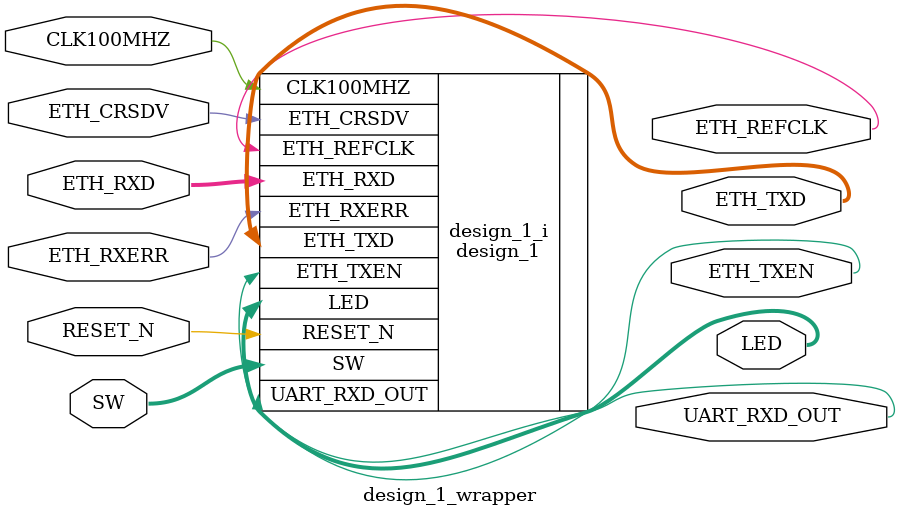
<source format=v>
`timescale 1 ps / 1 ps

module design_1_wrapper
   (CLK100MHZ,
    ETH_CRSDV,
    ETH_REFCLK,
    ETH_RXD,
    ETH_RXERR,
    ETH_TXD,
    ETH_TXEN,
    LED,
    RESET_N,
    SW,
    UART_RXD_OUT);
  input CLK100MHZ;
  input ETH_CRSDV;
  output ETH_REFCLK;
  input [1:0]ETH_RXD;
  input ETH_RXERR;
  output [1:0]ETH_TXD;
  output ETH_TXEN;
  output [15:0]LED;
  input RESET_N;
  input [15:0]SW;
  output UART_RXD_OUT;

  wire CLK100MHZ;
  wire ETH_CRSDV;
  wire ETH_REFCLK;
  wire [1:0]ETH_RXD;
  wire ETH_RXERR;
  wire [1:0]ETH_TXD;
  wire ETH_TXEN;
  wire [15:0]LED;
  wire RESET_N;
  wire [15:0]SW;
  wire UART_RXD_OUT;

  design_1 design_1_i
       (.CLK100MHZ(CLK100MHZ),
        .ETH_CRSDV(ETH_CRSDV),
        .ETH_REFCLK(ETH_REFCLK),
        .ETH_RXD(ETH_RXD),
        .ETH_RXERR(ETH_RXERR),
        .ETH_TXD(ETH_TXD),
        .ETH_TXEN(ETH_TXEN),
        .LED(LED),
        .RESET_N(RESET_N),
        .SW(SW),
        .UART_RXD_OUT(UART_RXD_OUT));
endmodule

</source>
